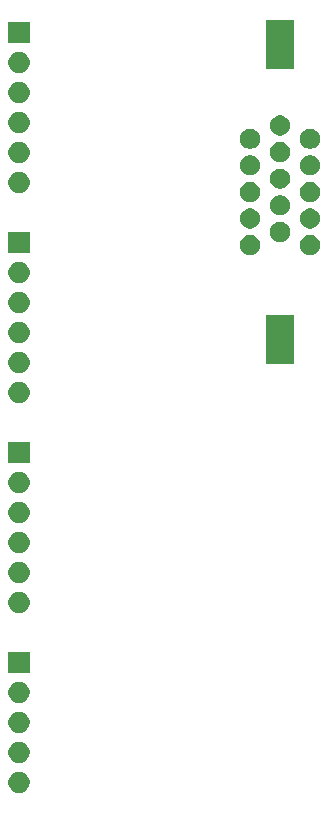
<source format=gbr>
G04 #@! TF.GenerationSoftware,KiCad,Pcbnew,5.1.5*
G04 #@! TF.CreationDate,2020-03-28T16:17:50-05:00*
G04 #@! TF.ProjectId,CavemanDAC,43617665-6d61-46e4-9441-432e6b696361,rev?*
G04 #@! TF.SameCoordinates,Original*
G04 #@! TF.FileFunction,Soldermask,Bot*
G04 #@! TF.FilePolarity,Negative*
%FSLAX46Y46*%
G04 Gerber Fmt 4.6, Leading zero omitted, Abs format (unit mm)*
G04 Created by KiCad (PCBNEW 5.1.5) date 2020-03-28 16:17:50*
%MOMM*%
%LPD*%
G04 APERTURE LIST*
%ADD10C,0.100000*%
G04 APERTURE END LIST*
D10*
G36*
X104313512Y-160943927D02*
G01*
X104462812Y-160973624D01*
X104626784Y-161041544D01*
X104774354Y-161140147D01*
X104899853Y-161265646D01*
X104998456Y-161413216D01*
X105066376Y-161577188D01*
X105101000Y-161751259D01*
X105101000Y-161928741D01*
X105066376Y-162102812D01*
X104998456Y-162266784D01*
X104899853Y-162414354D01*
X104774354Y-162539853D01*
X104626784Y-162638456D01*
X104462812Y-162706376D01*
X104313512Y-162736073D01*
X104288742Y-162741000D01*
X104111258Y-162741000D01*
X104086488Y-162736073D01*
X103937188Y-162706376D01*
X103773216Y-162638456D01*
X103625646Y-162539853D01*
X103500147Y-162414354D01*
X103401544Y-162266784D01*
X103333624Y-162102812D01*
X103299000Y-161928741D01*
X103299000Y-161751259D01*
X103333624Y-161577188D01*
X103401544Y-161413216D01*
X103500147Y-161265646D01*
X103625646Y-161140147D01*
X103773216Y-161041544D01*
X103937188Y-160973624D01*
X104086488Y-160943927D01*
X104111258Y-160939000D01*
X104288742Y-160939000D01*
X104313512Y-160943927D01*
G37*
G36*
X104313512Y-158403927D02*
G01*
X104462812Y-158433624D01*
X104626784Y-158501544D01*
X104774354Y-158600147D01*
X104899853Y-158725646D01*
X104998456Y-158873216D01*
X105066376Y-159037188D01*
X105101000Y-159211259D01*
X105101000Y-159388741D01*
X105066376Y-159562812D01*
X104998456Y-159726784D01*
X104899853Y-159874354D01*
X104774354Y-159999853D01*
X104626784Y-160098456D01*
X104462812Y-160166376D01*
X104313512Y-160196073D01*
X104288742Y-160201000D01*
X104111258Y-160201000D01*
X104086488Y-160196073D01*
X103937188Y-160166376D01*
X103773216Y-160098456D01*
X103625646Y-159999853D01*
X103500147Y-159874354D01*
X103401544Y-159726784D01*
X103333624Y-159562812D01*
X103299000Y-159388741D01*
X103299000Y-159211259D01*
X103333624Y-159037188D01*
X103401544Y-158873216D01*
X103500147Y-158725646D01*
X103625646Y-158600147D01*
X103773216Y-158501544D01*
X103937188Y-158433624D01*
X104086488Y-158403927D01*
X104111258Y-158399000D01*
X104288742Y-158399000D01*
X104313512Y-158403927D01*
G37*
G36*
X104313512Y-155863927D02*
G01*
X104462812Y-155893624D01*
X104626784Y-155961544D01*
X104774354Y-156060147D01*
X104899853Y-156185646D01*
X104998456Y-156333216D01*
X105066376Y-156497188D01*
X105101000Y-156671259D01*
X105101000Y-156848741D01*
X105066376Y-157022812D01*
X104998456Y-157186784D01*
X104899853Y-157334354D01*
X104774354Y-157459853D01*
X104626784Y-157558456D01*
X104462812Y-157626376D01*
X104313512Y-157656073D01*
X104288742Y-157661000D01*
X104111258Y-157661000D01*
X104086488Y-157656073D01*
X103937188Y-157626376D01*
X103773216Y-157558456D01*
X103625646Y-157459853D01*
X103500147Y-157334354D01*
X103401544Y-157186784D01*
X103333624Y-157022812D01*
X103299000Y-156848741D01*
X103299000Y-156671259D01*
X103333624Y-156497188D01*
X103401544Y-156333216D01*
X103500147Y-156185646D01*
X103625646Y-156060147D01*
X103773216Y-155961544D01*
X103937188Y-155893624D01*
X104086488Y-155863927D01*
X104111258Y-155859000D01*
X104288742Y-155859000D01*
X104313512Y-155863927D01*
G37*
G36*
X104313512Y-153323927D02*
G01*
X104462812Y-153353624D01*
X104626784Y-153421544D01*
X104774354Y-153520147D01*
X104899853Y-153645646D01*
X104998456Y-153793216D01*
X105066376Y-153957188D01*
X105101000Y-154131259D01*
X105101000Y-154308741D01*
X105066376Y-154482812D01*
X104998456Y-154646784D01*
X104899853Y-154794354D01*
X104774354Y-154919853D01*
X104626784Y-155018456D01*
X104462812Y-155086376D01*
X104313512Y-155116073D01*
X104288742Y-155121000D01*
X104111258Y-155121000D01*
X104086488Y-155116073D01*
X103937188Y-155086376D01*
X103773216Y-155018456D01*
X103625646Y-154919853D01*
X103500147Y-154794354D01*
X103401544Y-154646784D01*
X103333624Y-154482812D01*
X103299000Y-154308741D01*
X103299000Y-154131259D01*
X103333624Y-153957188D01*
X103401544Y-153793216D01*
X103500147Y-153645646D01*
X103625646Y-153520147D01*
X103773216Y-153421544D01*
X103937188Y-153353624D01*
X104086488Y-153323927D01*
X104111258Y-153319000D01*
X104288742Y-153319000D01*
X104313512Y-153323927D01*
G37*
G36*
X105101000Y-152581000D02*
G01*
X103299000Y-152581000D01*
X103299000Y-150779000D01*
X105101000Y-150779000D01*
X105101000Y-152581000D01*
G37*
G36*
X104313512Y-145708927D02*
G01*
X104462812Y-145738624D01*
X104626784Y-145806544D01*
X104774354Y-145905147D01*
X104899853Y-146030646D01*
X104998456Y-146178216D01*
X105066376Y-146342188D01*
X105101000Y-146516259D01*
X105101000Y-146693741D01*
X105066376Y-146867812D01*
X104998456Y-147031784D01*
X104899853Y-147179354D01*
X104774354Y-147304853D01*
X104626784Y-147403456D01*
X104462812Y-147471376D01*
X104313512Y-147501073D01*
X104288742Y-147506000D01*
X104111258Y-147506000D01*
X104086488Y-147501073D01*
X103937188Y-147471376D01*
X103773216Y-147403456D01*
X103625646Y-147304853D01*
X103500147Y-147179354D01*
X103401544Y-147031784D01*
X103333624Y-146867812D01*
X103299000Y-146693741D01*
X103299000Y-146516259D01*
X103333624Y-146342188D01*
X103401544Y-146178216D01*
X103500147Y-146030646D01*
X103625646Y-145905147D01*
X103773216Y-145806544D01*
X103937188Y-145738624D01*
X104086488Y-145708927D01*
X104111258Y-145704000D01*
X104288742Y-145704000D01*
X104313512Y-145708927D01*
G37*
G36*
X104313512Y-143168927D02*
G01*
X104462812Y-143198624D01*
X104626784Y-143266544D01*
X104774354Y-143365147D01*
X104899853Y-143490646D01*
X104998456Y-143638216D01*
X105066376Y-143802188D01*
X105101000Y-143976259D01*
X105101000Y-144153741D01*
X105066376Y-144327812D01*
X104998456Y-144491784D01*
X104899853Y-144639354D01*
X104774354Y-144764853D01*
X104626784Y-144863456D01*
X104462812Y-144931376D01*
X104313512Y-144961073D01*
X104288742Y-144966000D01*
X104111258Y-144966000D01*
X104086488Y-144961073D01*
X103937188Y-144931376D01*
X103773216Y-144863456D01*
X103625646Y-144764853D01*
X103500147Y-144639354D01*
X103401544Y-144491784D01*
X103333624Y-144327812D01*
X103299000Y-144153741D01*
X103299000Y-143976259D01*
X103333624Y-143802188D01*
X103401544Y-143638216D01*
X103500147Y-143490646D01*
X103625646Y-143365147D01*
X103773216Y-143266544D01*
X103937188Y-143198624D01*
X104086488Y-143168927D01*
X104111258Y-143164000D01*
X104288742Y-143164000D01*
X104313512Y-143168927D01*
G37*
G36*
X104313512Y-140628927D02*
G01*
X104462812Y-140658624D01*
X104626784Y-140726544D01*
X104774354Y-140825147D01*
X104899853Y-140950646D01*
X104998456Y-141098216D01*
X105066376Y-141262188D01*
X105101000Y-141436259D01*
X105101000Y-141613741D01*
X105066376Y-141787812D01*
X104998456Y-141951784D01*
X104899853Y-142099354D01*
X104774354Y-142224853D01*
X104626784Y-142323456D01*
X104462812Y-142391376D01*
X104313512Y-142421073D01*
X104288742Y-142426000D01*
X104111258Y-142426000D01*
X104086488Y-142421073D01*
X103937188Y-142391376D01*
X103773216Y-142323456D01*
X103625646Y-142224853D01*
X103500147Y-142099354D01*
X103401544Y-141951784D01*
X103333624Y-141787812D01*
X103299000Y-141613741D01*
X103299000Y-141436259D01*
X103333624Y-141262188D01*
X103401544Y-141098216D01*
X103500147Y-140950646D01*
X103625646Y-140825147D01*
X103773216Y-140726544D01*
X103937188Y-140658624D01*
X104086488Y-140628927D01*
X104111258Y-140624000D01*
X104288742Y-140624000D01*
X104313512Y-140628927D01*
G37*
G36*
X104313512Y-138088927D02*
G01*
X104462812Y-138118624D01*
X104626784Y-138186544D01*
X104774354Y-138285147D01*
X104899853Y-138410646D01*
X104998456Y-138558216D01*
X105066376Y-138722188D01*
X105101000Y-138896259D01*
X105101000Y-139073741D01*
X105066376Y-139247812D01*
X104998456Y-139411784D01*
X104899853Y-139559354D01*
X104774354Y-139684853D01*
X104626784Y-139783456D01*
X104462812Y-139851376D01*
X104313512Y-139881073D01*
X104288742Y-139886000D01*
X104111258Y-139886000D01*
X104086488Y-139881073D01*
X103937188Y-139851376D01*
X103773216Y-139783456D01*
X103625646Y-139684853D01*
X103500147Y-139559354D01*
X103401544Y-139411784D01*
X103333624Y-139247812D01*
X103299000Y-139073741D01*
X103299000Y-138896259D01*
X103333624Y-138722188D01*
X103401544Y-138558216D01*
X103500147Y-138410646D01*
X103625646Y-138285147D01*
X103773216Y-138186544D01*
X103937188Y-138118624D01*
X104086488Y-138088927D01*
X104111258Y-138084000D01*
X104288742Y-138084000D01*
X104313512Y-138088927D01*
G37*
G36*
X104313512Y-135548927D02*
G01*
X104462812Y-135578624D01*
X104626784Y-135646544D01*
X104774354Y-135745147D01*
X104899853Y-135870646D01*
X104998456Y-136018216D01*
X105066376Y-136182188D01*
X105101000Y-136356259D01*
X105101000Y-136533741D01*
X105066376Y-136707812D01*
X104998456Y-136871784D01*
X104899853Y-137019354D01*
X104774354Y-137144853D01*
X104626784Y-137243456D01*
X104462812Y-137311376D01*
X104313512Y-137341073D01*
X104288742Y-137346000D01*
X104111258Y-137346000D01*
X104086488Y-137341073D01*
X103937188Y-137311376D01*
X103773216Y-137243456D01*
X103625646Y-137144853D01*
X103500147Y-137019354D01*
X103401544Y-136871784D01*
X103333624Y-136707812D01*
X103299000Y-136533741D01*
X103299000Y-136356259D01*
X103333624Y-136182188D01*
X103401544Y-136018216D01*
X103500147Y-135870646D01*
X103625646Y-135745147D01*
X103773216Y-135646544D01*
X103937188Y-135578624D01*
X104086488Y-135548927D01*
X104111258Y-135544000D01*
X104288742Y-135544000D01*
X104313512Y-135548927D01*
G37*
G36*
X105101000Y-134806000D02*
G01*
X103299000Y-134806000D01*
X103299000Y-133004000D01*
X105101000Y-133004000D01*
X105101000Y-134806000D01*
G37*
G36*
X104313512Y-127933927D02*
G01*
X104462812Y-127963624D01*
X104626784Y-128031544D01*
X104774354Y-128130147D01*
X104899853Y-128255646D01*
X104998456Y-128403216D01*
X105066376Y-128567188D01*
X105101000Y-128741259D01*
X105101000Y-128918741D01*
X105066376Y-129092812D01*
X104998456Y-129256784D01*
X104899853Y-129404354D01*
X104774354Y-129529853D01*
X104626784Y-129628456D01*
X104462812Y-129696376D01*
X104313512Y-129726073D01*
X104288742Y-129731000D01*
X104111258Y-129731000D01*
X104086488Y-129726073D01*
X103937188Y-129696376D01*
X103773216Y-129628456D01*
X103625646Y-129529853D01*
X103500147Y-129404354D01*
X103401544Y-129256784D01*
X103333624Y-129092812D01*
X103299000Y-128918741D01*
X103299000Y-128741259D01*
X103333624Y-128567188D01*
X103401544Y-128403216D01*
X103500147Y-128255646D01*
X103625646Y-128130147D01*
X103773216Y-128031544D01*
X103937188Y-127963624D01*
X104086488Y-127933927D01*
X104111258Y-127929000D01*
X104288742Y-127929000D01*
X104313512Y-127933927D01*
G37*
G36*
X104313512Y-125393927D02*
G01*
X104462812Y-125423624D01*
X104626784Y-125491544D01*
X104774354Y-125590147D01*
X104899853Y-125715646D01*
X104998456Y-125863216D01*
X105066376Y-126027188D01*
X105101000Y-126201259D01*
X105101000Y-126378741D01*
X105066376Y-126552812D01*
X104998456Y-126716784D01*
X104899853Y-126864354D01*
X104774354Y-126989853D01*
X104626784Y-127088456D01*
X104462812Y-127156376D01*
X104313512Y-127186073D01*
X104288742Y-127191000D01*
X104111258Y-127191000D01*
X104086488Y-127186073D01*
X103937188Y-127156376D01*
X103773216Y-127088456D01*
X103625646Y-126989853D01*
X103500147Y-126864354D01*
X103401544Y-126716784D01*
X103333624Y-126552812D01*
X103299000Y-126378741D01*
X103299000Y-126201259D01*
X103333624Y-126027188D01*
X103401544Y-125863216D01*
X103500147Y-125715646D01*
X103625646Y-125590147D01*
X103773216Y-125491544D01*
X103937188Y-125423624D01*
X104086488Y-125393927D01*
X104111258Y-125389000D01*
X104288742Y-125389000D01*
X104313512Y-125393927D01*
G37*
G36*
X127451000Y-126401000D02*
G01*
X125149000Y-126401000D01*
X125149000Y-122299000D01*
X127451000Y-122299000D01*
X127451000Y-126401000D01*
G37*
G36*
X104313512Y-122853927D02*
G01*
X104462812Y-122883624D01*
X104626784Y-122951544D01*
X104774354Y-123050147D01*
X104899853Y-123175646D01*
X104998456Y-123323216D01*
X105066376Y-123487188D01*
X105101000Y-123661259D01*
X105101000Y-123838741D01*
X105066376Y-124012812D01*
X104998456Y-124176784D01*
X104899853Y-124324354D01*
X104774354Y-124449853D01*
X104626784Y-124548456D01*
X104462812Y-124616376D01*
X104313512Y-124646073D01*
X104288742Y-124651000D01*
X104111258Y-124651000D01*
X104086488Y-124646073D01*
X103937188Y-124616376D01*
X103773216Y-124548456D01*
X103625646Y-124449853D01*
X103500147Y-124324354D01*
X103401544Y-124176784D01*
X103333624Y-124012812D01*
X103299000Y-123838741D01*
X103299000Y-123661259D01*
X103333624Y-123487188D01*
X103401544Y-123323216D01*
X103500147Y-123175646D01*
X103625646Y-123050147D01*
X103773216Y-122951544D01*
X103937188Y-122883624D01*
X104086488Y-122853927D01*
X104111258Y-122849000D01*
X104288742Y-122849000D01*
X104313512Y-122853927D01*
G37*
G36*
X104313512Y-120313927D02*
G01*
X104462812Y-120343624D01*
X104626784Y-120411544D01*
X104774354Y-120510147D01*
X104899853Y-120635646D01*
X104998456Y-120783216D01*
X105066376Y-120947188D01*
X105101000Y-121121259D01*
X105101000Y-121298741D01*
X105066376Y-121472812D01*
X104998456Y-121636784D01*
X104899853Y-121784354D01*
X104774354Y-121909853D01*
X104626784Y-122008456D01*
X104462812Y-122076376D01*
X104313512Y-122106073D01*
X104288742Y-122111000D01*
X104111258Y-122111000D01*
X104086488Y-122106073D01*
X103937188Y-122076376D01*
X103773216Y-122008456D01*
X103625646Y-121909853D01*
X103500147Y-121784354D01*
X103401544Y-121636784D01*
X103333624Y-121472812D01*
X103299000Y-121298741D01*
X103299000Y-121121259D01*
X103333624Y-120947188D01*
X103401544Y-120783216D01*
X103500147Y-120635646D01*
X103625646Y-120510147D01*
X103773216Y-120411544D01*
X103937188Y-120343624D01*
X104086488Y-120313927D01*
X104111258Y-120309000D01*
X104288742Y-120309000D01*
X104313512Y-120313927D01*
G37*
G36*
X104313512Y-117773927D02*
G01*
X104462812Y-117803624D01*
X104626784Y-117871544D01*
X104774354Y-117970147D01*
X104899853Y-118095646D01*
X104998456Y-118243216D01*
X105066376Y-118407188D01*
X105101000Y-118581259D01*
X105101000Y-118758741D01*
X105066376Y-118932812D01*
X104998456Y-119096784D01*
X104899853Y-119244354D01*
X104774354Y-119369853D01*
X104626784Y-119468456D01*
X104462812Y-119536376D01*
X104313512Y-119566073D01*
X104288742Y-119571000D01*
X104111258Y-119571000D01*
X104086488Y-119566073D01*
X103937188Y-119536376D01*
X103773216Y-119468456D01*
X103625646Y-119369853D01*
X103500147Y-119244354D01*
X103401544Y-119096784D01*
X103333624Y-118932812D01*
X103299000Y-118758741D01*
X103299000Y-118581259D01*
X103333624Y-118407188D01*
X103401544Y-118243216D01*
X103500147Y-118095646D01*
X103625646Y-117970147D01*
X103773216Y-117871544D01*
X103937188Y-117803624D01*
X104086488Y-117773927D01*
X104111258Y-117769000D01*
X104288742Y-117769000D01*
X104313512Y-117773927D01*
G37*
G36*
X124008228Y-115531703D02*
G01*
X124163100Y-115595853D01*
X124302481Y-115688985D01*
X124421015Y-115807519D01*
X124514147Y-115946900D01*
X124578297Y-116101772D01*
X124611000Y-116266184D01*
X124611000Y-116433816D01*
X124578297Y-116598228D01*
X124514147Y-116753100D01*
X124421015Y-116892481D01*
X124302481Y-117011015D01*
X124163100Y-117104147D01*
X124008228Y-117168297D01*
X123843816Y-117201000D01*
X123676184Y-117201000D01*
X123511772Y-117168297D01*
X123356900Y-117104147D01*
X123217519Y-117011015D01*
X123098985Y-116892481D01*
X123005853Y-116753100D01*
X122941703Y-116598228D01*
X122909000Y-116433816D01*
X122909000Y-116266184D01*
X122941703Y-116101772D01*
X123005853Y-115946900D01*
X123098985Y-115807519D01*
X123217519Y-115688985D01*
X123356900Y-115595853D01*
X123511772Y-115531703D01*
X123676184Y-115499000D01*
X123843816Y-115499000D01*
X124008228Y-115531703D01*
G37*
G36*
X129088228Y-115531703D02*
G01*
X129243100Y-115595853D01*
X129382481Y-115688985D01*
X129501015Y-115807519D01*
X129594147Y-115946900D01*
X129658297Y-116101772D01*
X129691000Y-116266184D01*
X129691000Y-116433816D01*
X129658297Y-116598228D01*
X129594147Y-116753100D01*
X129501015Y-116892481D01*
X129382481Y-117011015D01*
X129243100Y-117104147D01*
X129088228Y-117168297D01*
X128923816Y-117201000D01*
X128756184Y-117201000D01*
X128591772Y-117168297D01*
X128436900Y-117104147D01*
X128297519Y-117011015D01*
X128178985Y-116892481D01*
X128085853Y-116753100D01*
X128021703Y-116598228D01*
X127989000Y-116433816D01*
X127989000Y-116266184D01*
X128021703Y-116101772D01*
X128085853Y-115946900D01*
X128178985Y-115807519D01*
X128297519Y-115688985D01*
X128436900Y-115595853D01*
X128591772Y-115531703D01*
X128756184Y-115499000D01*
X128923816Y-115499000D01*
X129088228Y-115531703D01*
G37*
G36*
X105101000Y-117031000D02*
G01*
X103299000Y-117031000D01*
X103299000Y-115229000D01*
X105101000Y-115229000D01*
X105101000Y-117031000D01*
G37*
G36*
X126548228Y-114406703D02*
G01*
X126703100Y-114470853D01*
X126842481Y-114563985D01*
X126961015Y-114682519D01*
X127054147Y-114821900D01*
X127118297Y-114976772D01*
X127151000Y-115141184D01*
X127151000Y-115308816D01*
X127118297Y-115473228D01*
X127054147Y-115628100D01*
X126961015Y-115767481D01*
X126842481Y-115886015D01*
X126703100Y-115979147D01*
X126548228Y-116043297D01*
X126383816Y-116076000D01*
X126216184Y-116076000D01*
X126051772Y-116043297D01*
X125896900Y-115979147D01*
X125757519Y-115886015D01*
X125638985Y-115767481D01*
X125545853Y-115628100D01*
X125481703Y-115473228D01*
X125449000Y-115308816D01*
X125449000Y-115141184D01*
X125481703Y-114976772D01*
X125545853Y-114821900D01*
X125638985Y-114682519D01*
X125757519Y-114563985D01*
X125896900Y-114470853D01*
X126051772Y-114406703D01*
X126216184Y-114374000D01*
X126383816Y-114374000D01*
X126548228Y-114406703D01*
G37*
G36*
X129088228Y-113281703D02*
G01*
X129243100Y-113345853D01*
X129382481Y-113438985D01*
X129501015Y-113557519D01*
X129594147Y-113696900D01*
X129658297Y-113851772D01*
X129691000Y-114016184D01*
X129691000Y-114183816D01*
X129658297Y-114348228D01*
X129594147Y-114503100D01*
X129501015Y-114642481D01*
X129382481Y-114761015D01*
X129243100Y-114854147D01*
X129088228Y-114918297D01*
X128923816Y-114951000D01*
X128756184Y-114951000D01*
X128591772Y-114918297D01*
X128436900Y-114854147D01*
X128297519Y-114761015D01*
X128178985Y-114642481D01*
X128085853Y-114503100D01*
X128021703Y-114348228D01*
X127989000Y-114183816D01*
X127989000Y-114016184D01*
X128021703Y-113851772D01*
X128085853Y-113696900D01*
X128178985Y-113557519D01*
X128297519Y-113438985D01*
X128436900Y-113345853D01*
X128591772Y-113281703D01*
X128756184Y-113249000D01*
X128923816Y-113249000D01*
X129088228Y-113281703D01*
G37*
G36*
X124008228Y-113281703D02*
G01*
X124163100Y-113345853D01*
X124302481Y-113438985D01*
X124421015Y-113557519D01*
X124514147Y-113696900D01*
X124578297Y-113851772D01*
X124611000Y-114016184D01*
X124611000Y-114183816D01*
X124578297Y-114348228D01*
X124514147Y-114503100D01*
X124421015Y-114642481D01*
X124302481Y-114761015D01*
X124163100Y-114854147D01*
X124008228Y-114918297D01*
X123843816Y-114951000D01*
X123676184Y-114951000D01*
X123511772Y-114918297D01*
X123356900Y-114854147D01*
X123217519Y-114761015D01*
X123098985Y-114642481D01*
X123005853Y-114503100D01*
X122941703Y-114348228D01*
X122909000Y-114183816D01*
X122909000Y-114016184D01*
X122941703Y-113851772D01*
X123005853Y-113696900D01*
X123098985Y-113557519D01*
X123217519Y-113438985D01*
X123356900Y-113345853D01*
X123511772Y-113281703D01*
X123676184Y-113249000D01*
X123843816Y-113249000D01*
X124008228Y-113281703D01*
G37*
G36*
X126548228Y-112156703D02*
G01*
X126703100Y-112220853D01*
X126842481Y-112313985D01*
X126961015Y-112432519D01*
X127054147Y-112571900D01*
X127118297Y-112726772D01*
X127151000Y-112891184D01*
X127151000Y-113058816D01*
X127118297Y-113223228D01*
X127054147Y-113378100D01*
X126961015Y-113517481D01*
X126842481Y-113636015D01*
X126703100Y-113729147D01*
X126548228Y-113793297D01*
X126383816Y-113826000D01*
X126216184Y-113826000D01*
X126051772Y-113793297D01*
X125896900Y-113729147D01*
X125757519Y-113636015D01*
X125638985Y-113517481D01*
X125545853Y-113378100D01*
X125481703Y-113223228D01*
X125449000Y-113058816D01*
X125449000Y-112891184D01*
X125481703Y-112726772D01*
X125545853Y-112571900D01*
X125638985Y-112432519D01*
X125757519Y-112313985D01*
X125896900Y-112220853D01*
X126051772Y-112156703D01*
X126216184Y-112124000D01*
X126383816Y-112124000D01*
X126548228Y-112156703D01*
G37*
G36*
X124008228Y-111031703D02*
G01*
X124163100Y-111095853D01*
X124302481Y-111188985D01*
X124421015Y-111307519D01*
X124514147Y-111446900D01*
X124578297Y-111601772D01*
X124611000Y-111766184D01*
X124611000Y-111933816D01*
X124578297Y-112098228D01*
X124514147Y-112253100D01*
X124421015Y-112392481D01*
X124302481Y-112511015D01*
X124163100Y-112604147D01*
X124008228Y-112668297D01*
X123843816Y-112701000D01*
X123676184Y-112701000D01*
X123511772Y-112668297D01*
X123356900Y-112604147D01*
X123217519Y-112511015D01*
X123098985Y-112392481D01*
X123005853Y-112253100D01*
X122941703Y-112098228D01*
X122909000Y-111933816D01*
X122909000Y-111766184D01*
X122941703Y-111601772D01*
X123005853Y-111446900D01*
X123098985Y-111307519D01*
X123217519Y-111188985D01*
X123356900Y-111095853D01*
X123511772Y-111031703D01*
X123676184Y-110999000D01*
X123843816Y-110999000D01*
X124008228Y-111031703D01*
G37*
G36*
X129088228Y-111031703D02*
G01*
X129243100Y-111095853D01*
X129382481Y-111188985D01*
X129501015Y-111307519D01*
X129594147Y-111446900D01*
X129658297Y-111601772D01*
X129691000Y-111766184D01*
X129691000Y-111933816D01*
X129658297Y-112098228D01*
X129594147Y-112253100D01*
X129501015Y-112392481D01*
X129382481Y-112511015D01*
X129243100Y-112604147D01*
X129088228Y-112668297D01*
X128923816Y-112701000D01*
X128756184Y-112701000D01*
X128591772Y-112668297D01*
X128436900Y-112604147D01*
X128297519Y-112511015D01*
X128178985Y-112392481D01*
X128085853Y-112253100D01*
X128021703Y-112098228D01*
X127989000Y-111933816D01*
X127989000Y-111766184D01*
X128021703Y-111601772D01*
X128085853Y-111446900D01*
X128178985Y-111307519D01*
X128297519Y-111188985D01*
X128436900Y-111095853D01*
X128591772Y-111031703D01*
X128756184Y-110999000D01*
X128923816Y-110999000D01*
X129088228Y-111031703D01*
G37*
G36*
X104313512Y-110153927D02*
G01*
X104462812Y-110183624D01*
X104626784Y-110251544D01*
X104774354Y-110350147D01*
X104899853Y-110475646D01*
X104998456Y-110623216D01*
X105066376Y-110787188D01*
X105101000Y-110961259D01*
X105101000Y-111138741D01*
X105066376Y-111312812D01*
X104998456Y-111476784D01*
X104899853Y-111624354D01*
X104774354Y-111749853D01*
X104626784Y-111848456D01*
X104462812Y-111916376D01*
X104313512Y-111946073D01*
X104288742Y-111951000D01*
X104111258Y-111951000D01*
X104086488Y-111946073D01*
X103937188Y-111916376D01*
X103773216Y-111848456D01*
X103625646Y-111749853D01*
X103500147Y-111624354D01*
X103401544Y-111476784D01*
X103333624Y-111312812D01*
X103299000Y-111138741D01*
X103299000Y-110961259D01*
X103333624Y-110787188D01*
X103401544Y-110623216D01*
X103500147Y-110475646D01*
X103625646Y-110350147D01*
X103773216Y-110251544D01*
X103937188Y-110183624D01*
X104086488Y-110153927D01*
X104111258Y-110149000D01*
X104288742Y-110149000D01*
X104313512Y-110153927D01*
G37*
G36*
X126548228Y-109906703D02*
G01*
X126703100Y-109970853D01*
X126842481Y-110063985D01*
X126961015Y-110182519D01*
X127054147Y-110321900D01*
X127118297Y-110476772D01*
X127151000Y-110641184D01*
X127151000Y-110808816D01*
X127118297Y-110973228D01*
X127054147Y-111128100D01*
X126961015Y-111267481D01*
X126842481Y-111386015D01*
X126703100Y-111479147D01*
X126548228Y-111543297D01*
X126383816Y-111576000D01*
X126216184Y-111576000D01*
X126051772Y-111543297D01*
X125896900Y-111479147D01*
X125757519Y-111386015D01*
X125638985Y-111267481D01*
X125545853Y-111128100D01*
X125481703Y-110973228D01*
X125449000Y-110808816D01*
X125449000Y-110641184D01*
X125481703Y-110476772D01*
X125545853Y-110321900D01*
X125638985Y-110182519D01*
X125757519Y-110063985D01*
X125896900Y-109970853D01*
X126051772Y-109906703D01*
X126216184Y-109874000D01*
X126383816Y-109874000D01*
X126548228Y-109906703D01*
G37*
G36*
X129088228Y-108781703D02*
G01*
X129243100Y-108845853D01*
X129382481Y-108938985D01*
X129501015Y-109057519D01*
X129594147Y-109196900D01*
X129658297Y-109351772D01*
X129691000Y-109516184D01*
X129691000Y-109683816D01*
X129658297Y-109848228D01*
X129594147Y-110003100D01*
X129501015Y-110142481D01*
X129382481Y-110261015D01*
X129243100Y-110354147D01*
X129088228Y-110418297D01*
X128923816Y-110451000D01*
X128756184Y-110451000D01*
X128591772Y-110418297D01*
X128436900Y-110354147D01*
X128297519Y-110261015D01*
X128178985Y-110142481D01*
X128085853Y-110003100D01*
X128021703Y-109848228D01*
X127989000Y-109683816D01*
X127989000Y-109516184D01*
X128021703Y-109351772D01*
X128085853Y-109196900D01*
X128178985Y-109057519D01*
X128297519Y-108938985D01*
X128436900Y-108845853D01*
X128591772Y-108781703D01*
X128756184Y-108749000D01*
X128923816Y-108749000D01*
X129088228Y-108781703D01*
G37*
G36*
X124008228Y-108781703D02*
G01*
X124163100Y-108845853D01*
X124302481Y-108938985D01*
X124421015Y-109057519D01*
X124514147Y-109196900D01*
X124578297Y-109351772D01*
X124611000Y-109516184D01*
X124611000Y-109683816D01*
X124578297Y-109848228D01*
X124514147Y-110003100D01*
X124421015Y-110142481D01*
X124302481Y-110261015D01*
X124163100Y-110354147D01*
X124008228Y-110418297D01*
X123843816Y-110451000D01*
X123676184Y-110451000D01*
X123511772Y-110418297D01*
X123356900Y-110354147D01*
X123217519Y-110261015D01*
X123098985Y-110142481D01*
X123005853Y-110003100D01*
X122941703Y-109848228D01*
X122909000Y-109683816D01*
X122909000Y-109516184D01*
X122941703Y-109351772D01*
X123005853Y-109196900D01*
X123098985Y-109057519D01*
X123217519Y-108938985D01*
X123356900Y-108845853D01*
X123511772Y-108781703D01*
X123676184Y-108749000D01*
X123843816Y-108749000D01*
X124008228Y-108781703D01*
G37*
G36*
X104313512Y-107613927D02*
G01*
X104462812Y-107643624D01*
X104626784Y-107711544D01*
X104774354Y-107810147D01*
X104899853Y-107935646D01*
X104998456Y-108083216D01*
X105066376Y-108247188D01*
X105101000Y-108421259D01*
X105101000Y-108598741D01*
X105066376Y-108772812D01*
X104998456Y-108936784D01*
X104899853Y-109084354D01*
X104774354Y-109209853D01*
X104626784Y-109308456D01*
X104462812Y-109376376D01*
X104313512Y-109406073D01*
X104288742Y-109411000D01*
X104111258Y-109411000D01*
X104086488Y-109406073D01*
X103937188Y-109376376D01*
X103773216Y-109308456D01*
X103625646Y-109209853D01*
X103500147Y-109084354D01*
X103401544Y-108936784D01*
X103333624Y-108772812D01*
X103299000Y-108598741D01*
X103299000Y-108421259D01*
X103333624Y-108247188D01*
X103401544Y-108083216D01*
X103500147Y-107935646D01*
X103625646Y-107810147D01*
X103773216Y-107711544D01*
X103937188Y-107643624D01*
X104086488Y-107613927D01*
X104111258Y-107609000D01*
X104288742Y-107609000D01*
X104313512Y-107613927D01*
G37*
G36*
X126548228Y-107656703D02*
G01*
X126703100Y-107720853D01*
X126842481Y-107813985D01*
X126961015Y-107932519D01*
X127054147Y-108071900D01*
X127118297Y-108226772D01*
X127151000Y-108391184D01*
X127151000Y-108558816D01*
X127118297Y-108723228D01*
X127054147Y-108878100D01*
X126961015Y-109017481D01*
X126842481Y-109136015D01*
X126703100Y-109229147D01*
X126548228Y-109293297D01*
X126383816Y-109326000D01*
X126216184Y-109326000D01*
X126051772Y-109293297D01*
X125896900Y-109229147D01*
X125757519Y-109136015D01*
X125638985Y-109017481D01*
X125545853Y-108878100D01*
X125481703Y-108723228D01*
X125449000Y-108558816D01*
X125449000Y-108391184D01*
X125481703Y-108226772D01*
X125545853Y-108071900D01*
X125638985Y-107932519D01*
X125757519Y-107813985D01*
X125896900Y-107720853D01*
X126051772Y-107656703D01*
X126216184Y-107624000D01*
X126383816Y-107624000D01*
X126548228Y-107656703D01*
G37*
G36*
X124008228Y-106531703D02*
G01*
X124163100Y-106595853D01*
X124302481Y-106688985D01*
X124421015Y-106807519D01*
X124514147Y-106946900D01*
X124578297Y-107101772D01*
X124611000Y-107266184D01*
X124611000Y-107433816D01*
X124578297Y-107598228D01*
X124514147Y-107753100D01*
X124421015Y-107892481D01*
X124302481Y-108011015D01*
X124163100Y-108104147D01*
X124008228Y-108168297D01*
X123843816Y-108201000D01*
X123676184Y-108201000D01*
X123511772Y-108168297D01*
X123356900Y-108104147D01*
X123217519Y-108011015D01*
X123098985Y-107892481D01*
X123005853Y-107753100D01*
X122941703Y-107598228D01*
X122909000Y-107433816D01*
X122909000Y-107266184D01*
X122941703Y-107101772D01*
X123005853Y-106946900D01*
X123098985Y-106807519D01*
X123217519Y-106688985D01*
X123356900Y-106595853D01*
X123511772Y-106531703D01*
X123676184Y-106499000D01*
X123843816Y-106499000D01*
X124008228Y-106531703D01*
G37*
G36*
X129088228Y-106531703D02*
G01*
X129243100Y-106595853D01*
X129382481Y-106688985D01*
X129501015Y-106807519D01*
X129594147Y-106946900D01*
X129658297Y-107101772D01*
X129691000Y-107266184D01*
X129691000Y-107433816D01*
X129658297Y-107598228D01*
X129594147Y-107753100D01*
X129501015Y-107892481D01*
X129382481Y-108011015D01*
X129243100Y-108104147D01*
X129088228Y-108168297D01*
X128923816Y-108201000D01*
X128756184Y-108201000D01*
X128591772Y-108168297D01*
X128436900Y-108104147D01*
X128297519Y-108011015D01*
X128178985Y-107892481D01*
X128085853Y-107753100D01*
X128021703Y-107598228D01*
X127989000Y-107433816D01*
X127989000Y-107266184D01*
X128021703Y-107101772D01*
X128085853Y-106946900D01*
X128178985Y-106807519D01*
X128297519Y-106688985D01*
X128436900Y-106595853D01*
X128591772Y-106531703D01*
X128756184Y-106499000D01*
X128923816Y-106499000D01*
X129088228Y-106531703D01*
G37*
G36*
X126548228Y-105406703D02*
G01*
X126703100Y-105470853D01*
X126842481Y-105563985D01*
X126961015Y-105682519D01*
X127054147Y-105821900D01*
X127118297Y-105976772D01*
X127151000Y-106141184D01*
X127151000Y-106308816D01*
X127118297Y-106473228D01*
X127054147Y-106628100D01*
X126961015Y-106767481D01*
X126842481Y-106886015D01*
X126703100Y-106979147D01*
X126548228Y-107043297D01*
X126383816Y-107076000D01*
X126216184Y-107076000D01*
X126051772Y-107043297D01*
X125896900Y-106979147D01*
X125757519Y-106886015D01*
X125638985Y-106767481D01*
X125545853Y-106628100D01*
X125481703Y-106473228D01*
X125449000Y-106308816D01*
X125449000Y-106141184D01*
X125481703Y-105976772D01*
X125545853Y-105821900D01*
X125638985Y-105682519D01*
X125757519Y-105563985D01*
X125896900Y-105470853D01*
X126051772Y-105406703D01*
X126216184Y-105374000D01*
X126383816Y-105374000D01*
X126548228Y-105406703D01*
G37*
G36*
X104313512Y-105073927D02*
G01*
X104462812Y-105103624D01*
X104626784Y-105171544D01*
X104774354Y-105270147D01*
X104899853Y-105395646D01*
X104998456Y-105543216D01*
X105066376Y-105707188D01*
X105101000Y-105881259D01*
X105101000Y-106058741D01*
X105066376Y-106232812D01*
X104998456Y-106396784D01*
X104899853Y-106544354D01*
X104774354Y-106669853D01*
X104626784Y-106768456D01*
X104462812Y-106836376D01*
X104313512Y-106866073D01*
X104288742Y-106871000D01*
X104111258Y-106871000D01*
X104086488Y-106866073D01*
X103937188Y-106836376D01*
X103773216Y-106768456D01*
X103625646Y-106669853D01*
X103500147Y-106544354D01*
X103401544Y-106396784D01*
X103333624Y-106232812D01*
X103299000Y-106058741D01*
X103299000Y-105881259D01*
X103333624Y-105707188D01*
X103401544Y-105543216D01*
X103500147Y-105395646D01*
X103625646Y-105270147D01*
X103773216Y-105171544D01*
X103937188Y-105103624D01*
X104086488Y-105073927D01*
X104111258Y-105069000D01*
X104288742Y-105069000D01*
X104313512Y-105073927D01*
G37*
G36*
X104313512Y-102533927D02*
G01*
X104462812Y-102563624D01*
X104626784Y-102631544D01*
X104774354Y-102730147D01*
X104899853Y-102855646D01*
X104998456Y-103003216D01*
X105066376Y-103167188D01*
X105101000Y-103341259D01*
X105101000Y-103518741D01*
X105066376Y-103692812D01*
X104998456Y-103856784D01*
X104899853Y-104004354D01*
X104774354Y-104129853D01*
X104626784Y-104228456D01*
X104462812Y-104296376D01*
X104313512Y-104326073D01*
X104288742Y-104331000D01*
X104111258Y-104331000D01*
X104086488Y-104326073D01*
X103937188Y-104296376D01*
X103773216Y-104228456D01*
X103625646Y-104129853D01*
X103500147Y-104004354D01*
X103401544Y-103856784D01*
X103333624Y-103692812D01*
X103299000Y-103518741D01*
X103299000Y-103341259D01*
X103333624Y-103167188D01*
X103401544Y-103003216D01*
X103500147Y-102855646D01*
X103625646Y-102730147D01*
X103773216Y-102631544D01*
X103937188Y-102563624D01*
X104086488Y-102533927D01*
X104111258Y-102529000D01*
X104288742Y-102529000D01*
X104313512Y-102533927D01*
G37*
G36*
X104313512Y-99993927D02*
G01*
X104462812Y-100023624D01*
X104626784Y-100091544D01*
X104774354Y-100190147D01*
X104899853Y-100315646D01*
X104998456Y-100463216D01*
X105066376Y-100627188D01*
X105101000Y-100801259D01*
X105101000Y-100978741D01*
X105066376Y-101152812D01*
X104998456Y-101316784D01*
X104899853Y-101464354D01*
X104774354Y-101589853D01*
X104626784Y-101688456D01*
X104462812Y-101756376D01*
X104313512Y-101786073D01*
X104288742Y-101791000D01*
X104111258Y-101791000D01*
X104086488Y-101786073D01*
X103937188Y-101756376D01*
X103773216Y-101688456D01*
X103625646Y-101589853D01*
X103500147Y-101464354D01*
X103401544Y-101316784D01*
X103333624Y-101152812D01*
X103299000Y-100978741D01*
X103299000Y-100801259D01*
X103333624Y-100627188D01*
X103401544Y-100463216D01*
X103500147Y-100315646D01*
X103625646Y-100190147D01*
X103773216Y-100091544D01*
X103937188Y-100023624D01*
X104086488Y-99993927D01*
X104111258Y-99989000D01*
X104288742Y-99989000D01*
X104313512Y-99993927D01*
G37*
G36*
X127451000Y-101401000D02*
G01*
X125149000Y-101401000D01*
X125149000Y-97299000D01*
X127451000Y-97299000D01*
X127451000Y-101401000D01*
G37*
G36*
X105101000Y-99251000D02*
G01*
X103299000Y-99251000D01*
X103299000Y-97449000D01*
X105101000Y-97449000D01*
X105101000Y-99251000D01*
G37*
M02*

</source>
